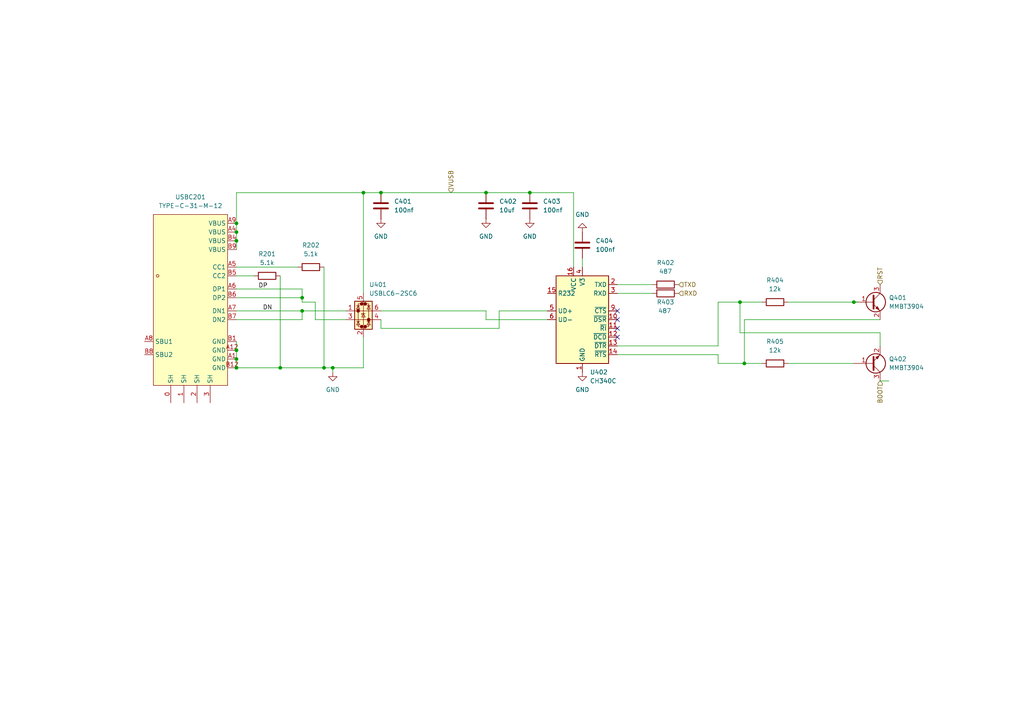
<source format=kicad_sch>
(kicad_sch (version 20231120) (generator "eeschema") (generator_version "8.0")
  (paper "A4")
  (lib_symbols
    (symbol "Device:C" (pin_numbers hide) (pin_names (offset 0.254))
      (property "Reference" "C" (at 0.635 2.54 0))
      (property "Value" "C" (at 0.635 -2.54 0))
      (symbol "C_0_1"
        (polyline (pts (xy -2.032 -0.762) (xy 2.032 -0.762)) (stroke (width 0.508)))
        (polyline (pts (xy -2.032 0.762) (xy 2.032 0.762)) (stroke (width 0.508)))
      )
      (symbol "C_1_1"
        (pin passive line (at 0 3.81 270) (length 2.794) (name "~") (number "1"))
        (pin passive line (at 0 -3.81 90) (length 2.794) (name "~") (number "2"))
      )
    )
    (symbol "Device:R" (pin_numbers hide) (pin_names (offset 0))
      (property "Reference" "R" (at 2.032 0 90))
      (property "Value" "R" (at 0 0 90))
      (symbol "R_0_1"
        (rectangle (start -1.016 -2.54) (end 1.016 2.54) (stroke (width 0.254)))
      )
      (symbol "R_1_1"
        (pin passive line (at 0 3.81 270) (length 1.27) (name "~") (number "1"))
        (pin passive line (at 0 -3.81 90) (length 1.27) (name "~") (number "2"))
      )
    )
    (symbol "Interface_USB:CH340C"
      (property "Reference" "U" (at -5.08 13.97 0))
      (property "Value" "CH340C" (at 1.27 13.97 0))
      (symbol "CH340C_0_1"
        (rectangle (start -7.62 12.7) (end 7.62 -12.7) (stroke (width 0.254)) (fill (type background)))
      )
      (symbol "CH340C_1_1"
        (pin power_in line (at 0 -15.24 90) (length 2.54) (name "GND") (number "1"))
        (pin input line (at 10.16 0 180) (length 2.54) (name "~{DSR}") (number "10"))
        (pin input line (at 10.16 -2.54 180) (length 2.54) (name "~{RI}") (number "11"))
        (pin input line (at 10.16 -5.08 180) (length 2.54) (name "~{DCD}") (number "12"))
        (pin output line (at 10.16 -7.62 180) (length 2.54) (name "~{DTR}") (number "13"))
        (pin output line (at 10.16 -10.16 180) (length 2.54) (name "~{RTS}") (number "14"))
        (pin input line (at -10.16 7.62 0) (length 2.54) (name "R232") (number "15"))
        (pin power_in line (at -2.54 15.24 270) (length 2.54) (name "VCC") (number "16"))
        (pin output line (at 10.16 10.16 180) (length 2.54) (name "TXD") (number "2"))
        (pin input line (at 10.16 7.62 180) (length 2.54) (name "RXD") (number "3"))
        (pin power_out line (at 0 15.24 270) (length 2.54) (name "V3") (number "4"))
        (pin bidirectional line (at -10.16 2.54 0) (length 2.54) (name "UD+") (number "5"))
        (pin bidirectional line (at -10.16 0 0) (length 2.54) (name "UD-") (number "6"))
        (pin no_connect line (at -7.62 -5.08 0) (length 2.54) hide (name "NC") (number "7"))
        (pin no_connect line (at -7.62 -7.62 0) (length 2.54) hide (name "NC") (number "8"))
        (pin input line (at 10.16 2.54 180) (length 2.54) (name "~{CTS}") (number "9"))
      )
    )
    (symbol "Power_Protection:USBLC6-2SC6" (pin_names hide)
      (property "Reference" "U" (at 0.635 5.715 0))
      (property "Value" "USBLC6-2SC6" (at 0.635 3.81 0))
      (symbol "USBLC6-2SC6_0_0"
        (circle (center -1.524 0) (radius 0.0001) (stroke (width 0.508)))
        (circle (center -0.508 -4.572) (radius 0.0001) (stroke (width 0.508)))
        (circle (center -0.508 2.032) (radius 0.0001) (stroke (width 0.508)))
        (circle (center 0.508 -4.572) (radius 0.0001) (stroke (width 0.508)))
        (circle (center 0.508 2.032) (radius 0.0001) (stroke (width 0.508)))
        (circle (center 1.524 -2.54) (radius 0.0001) (stroke (width 0.508)))
      )
      (symbol "USBLC6-2SC6_0_1"
        (polyline (pts (xy -2.54 -2.54) (xy 2.54 -2.54)))
        (polyline (pts (xy -2.54 0) (xy 2.54 0)))
        (polyline (pts (xy -2.032 -3.048) (xy -1.016 -3.048)))
        (polyline (pts (xy -1.016 1.524) (xy -2.032 1.524)))
        (polyline (pts (xy 1.016 -3.048) (xy 2.032 -3.048)))
        (polyline (pts (xy 1.016 1.524) (xy 2.032 1.524)))
        (polyline (pts (xy -0.508 -1.143) (xy -0.508 -0.762) (xy 0.508 -0.762)))
        (polyline (pts (xy -2.032 0.508) (xy -1.016 0.508) (xy -1.524 1.524) (xy -2.032 0.508)))
        (polyline (pts (xy -1.016 -4.064) (xy -2.032 -4.064) (xy -1.524 -3.048) (xy -1.016 -4.064)))
        (polyline (pts (xy 0.508 -1.778) (xy -0.508 -1.778) (xy 0 -0.762) (xy 0.508 -1.778)))
        (polyline (pts (xy 2.032 -4.064) (xy 1.016 -4.064) (xy 1.524 -3.048) (xy 2.032 -4.064)))
        (polyline (pts (xy 2.032 0.508) (xy 1.016 0.508) (xy 1.524 1.524) (xy 2.032 0.508)))
        (polyline (pts (xy 0 2.54) (xy -0.508 2.032) (xy 0.508 2.032) (xy 0 1.524) (xy 0 -4.064) (xy -0.508 -4.572) (xy 0.508 -4.572) (xy 0 -5.08)))
      )
      (symbol "USBLC6-2SC6_1_1"
        (rectangle (start -2.54 2.794) (end 2.54 -5.334) (stroke (width 0.254)) (fill (type background)))
        (polyline (pts (xy -0.508 2.032) (xy -1.524 2.032) (xy -1.524 -4.572) (xy -0.508 -4.572)))
        (polyline (pts (xy 0.508 -4.572) (xy 1.524 -4.572) (xy 1.524 2.032) (xy 0.508 2.032)))
        (pin passive line (at -5.08 0 0) (length 2.54) (name "I/O1") (number "1"))
        (pin passive line (at 0 -7.62 90) (length 2.54) (name "GND") (number "2"))
        (pin passive line (at -5.08 -2.54 0) (length 2.54) (name "I/O2") (number "3"))
        (pin passive line (at 5.08 -2.54 180) (length 2.54) (name "I/O2") (number "4"))
        (pin passive line (at 0 5.08 270) (length 2.54) (name "VBUS") (number "5"))
        (pin passive line (at 5.08 0 180) (length 2.54) (name "I/O1") (number "6"))
      )
    )
    (symbol "Transistor_BJT:MMBT3904" (pin_names (offset 0) hide)
      (property "Reference" "Q" (at 5.08 1.905 0))
      (property "Value" "MMBT3904" (at 5.08 0 0))
      (symbol "MMBT3904_0_1"
        (polyline (pts (xy 0.635 0.635) (xy 2.54 2.54)))
        (polyline (pts (xy 0.635 -0.635) (xy 2.54 -2.54) (xy 2.54 -2.54)))
        (polyline (pts (xy 0.635 1.905) (xy 0.635 -1.905) (xy 0.635 -1.905)) (stroke (width 0.508)))
        (polyline (pts (xy 1.27 -1.778) (xy 1.778 -1.27) (xy 2.286 -2.286) (xy 1.27 -1.778) (xy 1.27 -1.778)) (fill (type outline)))
        (circle (center 1.27 0) (radius 2.8194) (stroke (width 0.254)))
      )
      (symbol "MMBT3904_1_1"
        (pin input line (at -5.08 0 0) (length 5.715) (name "B") (number "1"))
        (pin passive line (at 2.54 -5.08 90) (length 2.54) (name "E") (number "2"))
        (pin passive line (at 2.54 5.08 270) (length 2.54) (name "C") (number "3"))
      )
    )
    (symbol "easyeda2kicad:TYPE-C-31-M-12"
      (property "Reference" "USBC" (at -5.842 34.29 0))
      (property "Value" "TYPE-C-31-M-12" (at 0 -26.67 0))
      (symbol "TYPE-C-31-M-12_0_1"
        (rectangle (start -8.89 33.02) (end 12.7 -16.51) (fill (type background)))
        (circle (center -7.62 15.24) (radius 0.38))
        (pin unspecified line (at -3.81 -21.59 90) (length 5.08) (name "SH") (number "0"))
        (pin unspecified line (at 15.24 -8.89 180) (length 2.54) (name "GND") (number "A1"))
        (pin unspecified line (at 15.24 -6.35 180) (length 2.54) (name "GND") (number "A12"))
        (pin unspecified line (at 15.24 27.94 180) (length 2.54) (name "VBUS") (number "A4"))
        (pin unspecified line (at 15.24 17.78 180) (length 2.54) (name "CC1") (number "A5"))
        (pin unspecified line (at 15.24 11.43 180) (length 2.54) (name "DP1") (number "A6"))
        (pin unspecified line (at 15.24 5.08 180) (length 2.54) (name "DN1") (number "A7"))
        (pin unspecified line (at -11.43 -3.81 0) (length 2.54) (name "SBU1") (number "A8"))
        (pin unspecified line (at 15.24 30.48 180) (length 2.54) (name "VBUS") (number "A9"))
        (pin unspecified line (at 15.24 -3.81 180) (length 2.54) (name "GND") (number "B1"))
        (pin unspecified line (at 15.24 -11.43 180) (length 2.54) (name "GND") (number "B12"))
        (pin unspecified line (at 15.24 25.4 180) (length 2.54) (name "VBUS") (number "B4"))
        (pin unspecified line (at 15.24 15.24 180) (length 2.54) (name "CC2") (number "B5"))
        (pin unspecified line (at 15.24 8.89 180) (length 2.54) (name "DP2") (number "B6"))
        (pin unspecified line (at 15.24 2.54 180) (length 2.54) (name "DN2") (number "B7"))
        (pin unspecified line (at -11.43 -7.62 0) (length 2.54) (name "SBU2") (number "B8"))
        (pin unspecified line (at 15.24 22.86 180) (length 2.54) (name "VBUS") (number "B9"))
      )
      (symbol "TYPE-C-31-M-12_1_1"
        (pin unspecified line (at 0 -21.59 90) (length 5.08) (name "SH") (number "1"))
        (pin unspecified line (at 3.81 -21.59 90) (length 5.08) (name "SH") (number "2"))
        (pin unspecified line (at 7.62 -21.59 90) (length 5.08) (name "SH") (number "3"))
      )
    )
    (symbol "power:GND" (power) (pin_numbers hide) (pin_names (offset 0) hide)
      (property "Value" "GND" (at 0 -3.81 0))
      (symbol "GND_0_1"
        (polyline (pts (xy 0 0) (xy 0 -1.27) (xy 1.27 -1.27) (xy 0 -2.54) (xy -1.27 -1.27) (xy 0 -1.27)))
      )
      (symbol "GND_1_1"
        (pin power_in line (at 0 0 270) (length 0) (name "~") (number "1"))
      )
    )
  )
  (junction (at 81.28 106.68))
  (junction (at 87.63 90.17))
  (junction (at 87.63 86.36))
  (junction (at 215.9 105.41))
  (junction (at 105.41 55.88))
  (junction (at 153.67 55.88))
  (junction (at 68.58 67.31))
  (junction (at 68.58 101.6))
  (junction (at 214.63 87.63))
  (junction (at 68.58 69.85))
  (junction (at 110.49 55.88))
  (junction (at 140.97 55.88))
  (junction (at 247.65 87.63))
  (junction (at 68.58 106.68))
  (junction (at 68.58 104.14))
  (junction (at 93.98 106.68))
  (junction (at 96.52 106.68))
  (junction (at 68.58 64.77))
  (no_connect (at 179.07 97.79))
  (no_connect (at 179.07 90.17))
  (no_connect (at 179.07 92.71))
  (no_connect (at 179.07 95.25))
  (wire (pts (xy 153.67 55.88) (xy 166.37 55.88)))
  (wire (pts (xy 93.98 77.47) (xy 93.98 106.68)))
  (wire (pts (xy 179.07 82.55) (xy 189.23 82.55)))
  (wire (pts (xy 68.58 64.77) (xy 68.58 67.31)))
  (wire (pts (xy 168.91 74.93) (xy 168.91 77.47)))
  (wire (pts (xy 68.58 77.47) (xy 86.36 77.47)))
  (wire (pts (xy 140.97 92.71) (xy 158.75 92.71)))
  (wire (pts (xy 68.58 101.6) (xy 68.58 104.14)))
  (wire (pts (xy 96.52 106.68) (xy 96.52 107.95)))
  (wire (pts (xy 91.44 92.71) (xy 91.44 87.63)))
  (wire (pts (xy 68.58 69.85) (xy 68.58 72.39)))
  (wire (pts (xy 68.58 80.01) (xy 73.66 80.01)))
  (wire (pts (xy 93.98 106.68) (xy 96.52 106.68)))
  (wire (pts (xy 87.63 90.17) (xy 100.33 90.17)))
  (wire (pts (xy 68.58 104.14) (xy 68.58 106.68)))
  (wire (pts (xy 208.28 87.63) (xy 214.63 87.63)))
  (wire (pts (xy 110.49 55.88) (xy 140.97 55.88)))
  (wire (pts (xy 179.07 102.87) (xy 208.28 102.87)))
  (wire (pts (xy 255.27 96.52) (xy 214.63 96.52)))
  (wire (pts (xy 214.63 87.63) (xy 220.98 87.63)))
  (wire (pts (xy 110.49 95.25) (xy 144.78 95.25)))
  (wire (pts (xy 68.58 83.82) (xy 87.63 83.82)))
  (wire (pts (xy 179.07 85.09) (xy 189.23 85.09)))
  (wire (pts (xy 215.9 105.41) (xy 220.98 105.41)))
  (wire (pts (xy 91.44 87.63) (xy 87.63 87.63)))
  (wire (pts (xy 255.27 110.49) (xy 257.81 110.49)))
  (wire (pts (xy 81.28 80.01) (xy 81.28 106.68)))
  (wire (pts (xy 68.58 99.06) (xy 68.58 101.6)))
  (wire (pts (xy 68.58 55.88) (xy 105.41 55.88)))
  (wire (pts (xy 87.63 92.71) (xy 68.58 92.71)))
  (wire (pts (xy 68.58 67.31) (xy 68.58 69.85)))
  (wire (pts (xy 110.49 92.71) (xy 110.49 95.25)))
  (wire (pts (xy 140.97 55.88) (xy 153.67 55.88)))
  (wire (pts (xy 68.58 106.68) (xy 81.28 106.68)))
  (wire (pts (xy 87.63 92.71) (xy 87.63 90.17)))
  (wire (pts (xy 215.9 92.71) (xy 215.9 105.41)))
  (wire (pts (xy 214.63 96.52) (xy 214.63 87.63)))
  (wire (pts (xy 247.65 87.63) (xy 248.92 87.63)))
  (wire (pts (xy 255.27 100.33) (xy 255.27 96.52)))
  (wire (pts (xy 179.07 100.33) (xy 208.28 100.33)))
  (wire (pts (xy 68.58 90.17) (xy 87.63 90.17)))
  (wire (pts (xy 105.41 97.79) (xy 105.41 106.68)))
  (wire (pts (xy 228.6 87.63) (xy 247.65 87.63)))
  (wire (pts (xy 255.27 92.71) (xy 215.9 92.71)))
  (wire (pts (xy 208.28 87.63) (xy 208.28 100.33)))
  (wire (pts (xy 144.78 95.25) (xy 144.78 90.17)))
  (wire (pts (xy 105.41 55.88) (xy 105.41 85.09)))
  (wire (pts (xy 208.28 105.41) (xy 215.9 105.41)))
  (wire (pts (xy 144.78 90.17) (xy 158.75 90.17)))
  (wire (pts (xy 87.63 86.36) (xy 87.63 87.63)))
  (wire (pts (xy 166.37 55.88) (xy 166.37 77.47)))
  (wire (pts (xy 110.49 90.17) (xy 140.97 90.17)))
  (wire (pts (xy 105.41 55.88) (xy 110.49 55.88)))
  (wire (pts (xy 228.6 105.41) (xy 247.65 105.41)))
  (wire (pts (xy 87.63 86.36) (xy 68.58 86.36)))
  (wire (pts (xy 87.63 83.82) (xy 87.63 86.36)))
  (wire (pts (xy 68.58 55.88) (xy 68.58 64.77)))
  (wire (pts (xy 81.28 106.68) (xy 93.98 106.68)))
  (wire (pts (xy 91.44 92.71) (xy 100.33 92.71)))
  (wire (pts (xy 140.97 90.17) (xy 140.97 92.71)))
  (wire (pts (xy 208.28 102.87) (xy 208.28 105.41)))
  (wire (pts (xy 105.41 106.68) (xy 96.52 106.68)))
  (label "DN" (at 76.2 90.17 0))
  (label "DP" (at 74.93 83.82 0))
  (hierarchical_label "BOOT" (shape input) (at 255.27 110.49 270))
  (hierarchical_label "RST" (shape input) (at 255.27 82.55 90))
  (hierarchical_label "RXD" (shape input) (at 196.85 85.09 0))
  (hierarchical_label "TXD" (shape input) (at 196.85 82.55 0))
  (hierarchical_label "VUSB" (shape input) (at 130.81 55.88 90))
  (symbol (lib_id "power:GND") (at 140.97 63.5 0) (unit 1)
    (property "Reference" "#PWR0403" (effects (hide yes)))
    (property "Value" "GND" (at 140.97 68.58 0))
    (property "Description" "Power symbol creates a global label with name \"GND\" , ground" (effects (hide yes)))
  )
  (symbol (lib_id "Device:C") (at 168.91 71.12 0) (unit 1)
    (property "Reference" "C404" (at 172.72 69.8499 0) (effects (justify left)))
    (property "Value" "100nf" (at 172.72 72.3899 0) (effects (justify left)))
    (property "Footprint" "Capacitor_SMD:C_0603_1608Metric" (effects (hide yes)))
    (property "Description" "Unpolarized capacitor" (effects (hide yes)))
  )
  (symbol (lib_id "Interface_USB:CH340C") (at 168.91 92.71 0) (unit 1)
    (property "Reference" "U402" (at 171.1041 107.95 0) (effects (justify left)))
    (property "Value" "CH340C" (at 171.1041 110.49 0) (effects (justify left)))
    (property "Footprint" "Package_SO:SOIC-16_3.9x9.9mm_P1.27mm" (effects (hide yes)))
    (property "Datasheet" "https://datasheet.lcsc.com/szlcsc/Jiangsu-Qin-Heng-CH340C_C84681.pdf" (effects (hide yes)))
    (property "Description" "USB serial converter, crystal-less, UART, SOIC-16" (effects (hide yes)))
  )
  (symbol (lib_id "Device:R") (at 90.17 77.47 90) (unit 1)
    (property "Reference" "R202" (at 90.17 71.12 90))
    (property "Value" "5.1k" (at 90.17 73.66 90))
    (property "Footprint" "Resistor_SMD:R_0603_1608Metric" (effects (hide yes)))
    (property "Description" "Resistor" (effects (hide yes)))
  )
  (symbol (lib_id "Device:R") (at 193.04 82.55 90) (unit 1)
    (property "Reference" "R402" (at 193.04 76.2 90))
    (property "Value" "487" (at 193.04 78.74 90))
    (property "Footprint" "Resistor_SMD:R_0603_1608Metric" (effects (hide yes)))
    (property "Description" "Resistor" (effects (hide yes)))
  )
  (symbol (lib_id "Device:R") (at 224.79 87.63 270) (unit 1)
    (property "Reference" "R404" (at 224.79 81.28 90))
    (property "Value" "12k" (at 224.79 83.82 90))
    (property "Footprint" "Resistor_SMD:R_0603_1608Metric" (effects (hide yes)))
    (property "Description" "Resistor" (effects (hide yes)))
  )
  (symbol (lib_id "Power_Protection:USBLC6-2SC6") (at 105.41 90.17 0) (unit 1)
    (property "Reference" "U401" (at 107.0611 82.55 0) (effects (justify left)))
    (property "Value" "USBLC6-2SC6" (at 107.0611 85.09 0) (effects (justify left)))
    (property "Footprint" "Package_TO_SOT_SMD:SOT-23-6" (effects (hide yes)))
    (property "Datasheet" "https://www.st.com/resource/en/datasheet/usblc6-2.pdf" (effects (hide yes)))
    (property "Description" "Very low capacitance ESD protection diode, 2 data-line, SOT-23-6" (effects (hide yes)))
  )
  (symbol (lib_id "power:GND") (at 168.91 107.95 0) (unit 1)
    (property "Reference" "#PWR0406" (effects (hide yes)))
    (property "Value" "GND" (at 168.91 113.03 0))
    (property "Description" "Power symbol creates a global label with name \"GND\" , ground" (effects (hide yes)))
  )
  (symbol (lib_id "power:GND") (at 153.67 63.5 0) (unit 1)
    (property "Reference" "#PWR0404" (effects (hide yes)))
    (property "Value" "GND" (at 153.67 68.58 0))
    (property "Description" "Power symbol creates a global label with name \"GND\" , ground" (effects (hide yes)))
  )
  (symbol (lib_id "power:GND") (at 96.52 107.95 0) (unit 1)
    (property "Reference" "#PWR0401" (effects (hide yes)))
    (property "Value" "GND" (at 96.52 113.03 0))
    (property "Description" "Power symbol creates a global label with name \"GND\" , ground" (effects (hide yes)))
  )
  (symbol (lib_id "power:GND") (at 110.49 63.5 0) (unit 1)
    (property "Reference" "#PWR0402" (effects (hide yes)))
    (property "Value" "GND" (at 110.49 68.58 0))
    (property "Description" "Power symbol creates a global label with name \"GND\" , ground" (effects (hide yes)))
  )
  (symbol (lib_id "Device:C") (at 110.49 59.69 0) (unit 1)
    (property "Reference" "C401" (at 114.3 58.4199 0) (effects (justify left)))
    (property "Value" "100nf" (at 114.3 60.9599 0) (effects (justify left)))
    (property "Footprint" "Capacitor_SMD:C_0603_1608Metric" (effects (hide yes)))
    (property "Description" "Unpolarized capacitor" (effects (hide yes)))
  )
  (symbol (lib_id "Transistor_BJT:MMBT3904") (at 252.73 87.63 0) (unit 1)
    (property "Reference" "Q401" (at 257.81 86.3599 0) (effects (justify left)))
    (property "Value" "MMBT3904" (at 257.81 88.8999 0) (effects (justify left)))
    (property "Footprint" "Package_TO_SOT_SMD:SOT-23" (effects (hide yes)))
    (property "Datasheet" "https://www.onsemi.com/pdf/datasheet/pzt3904-d.pdf" (effects (hide yes)))
    (property "Description" "0.2A Ic, 40V Vce, Small Signal NPN Transistor, SOT-23" (effects (hide yes)))
  )
  (symbol (lib_id "Device:R") (at 77.47 80.01 90) (unit 1)
    (property "Reference" "R201" (at 77.47 73.66 90))
    (property "Value" "5.1k" (at 77.47 76.2 90))
    (property "Footprint" "Resistor_SMD:R_0603_1608Metric" (effects (hide yes)))
    (property "Description" "Resistor" (effects (hide yes)))
  )
  (symbol (lib_id "easyeda2kicad:TYPE-C-31-M-12") (at 53.34 95.25 0) (unit 1)
    (property "Reference" "USBC201" (at 55.245 57.15 0))
    (property "Value" "TYPE-C-31-M-12" (at 55.245 59.69 0))
    (property "Footprint" "easyeda2kicad:USB-C_SMD-TYPE-C-31-M-12" (effects (hide yes)))
    (property "Datasheet" "https://lcsc.com/product-detail/USB-Type-C_Korean-Hroparts-Elec-TYPE-C-31-M-12_C165948.html" (effects (hide yes)))
    (property "LCSC Part" "C165948" (effects (hide yes)))
  )
  (symbol (lib_id "Device:C") (at 153.67 59.69 0) (unit 1)
    (property "Reference" "C403" (at 157.48 58.4199 0) (effects (justify left)))
    (property "Value" "100nf" (at 157.48 60.9599 0) (effects (justify left)))
    (property "Footprint" "Capacitor_SMD:C_0603_1608Metric" (effects (hide yes)))
    (property "Description" "Unpolarized capacitor" (effects (hide yes)))
  )
  (symbol (lib_id "Transistor_BJT:MMBT3904") (at 252.73 105.41 0) (mirror x) (unit 1)
    (property "Reference" "Q402" (at 257.81 104.1399 0) (effects (justify left)))
    (property "Value" "MMBT3904" (at 257.81 106.6799 0) (effects (justify left)))
    (property "Footprint" "Package_TO_SOT_SMD:SOT-23" (effects (hide yes)))
    (property "Datasheet" "https://www.onsemi.com/pdf/datasheet/pzt3904-d.pdf" (effects (hide yes)))
    (property "Description" "0.2A Ic, 40V Vce, Small Signal NPN Transistor, SOT-23" (effects (hide yes)))
  )
  (symbol (lib_id "Device:C") (at 140.97 59.69 0) (unit 1)
    (property "Reference" "C402" (at 144.78 58.4199 0) (effects (justify left)))
    (property "Value" "10uf" (at 144.78 60.9599 0) (effects (justify left)))
    (property "Footprint" "Capacitor_SMD:C_0603_1608Metric" (effects (hide yes)))
    (property "Description" "Unpolarized capacitor" (effects (hide yes)))
  )
  (symbol (lib_id "Device:R") (at 224.79 105.41 270) (unit 1)
    (property "Reference" "R405" (at 224.79 99.06 90))
    (property "Value" "12k" (at 224.79 101.6 90))
    (property "Footprint" "Resistor_SMD:R_0603_1608Metric" (effects (hide yes)))
    (property "Description" "Resistor" (effects (hide yes)))
  )
  (symbol (lib_id "Device:R") (at 193.04 85.09 270) (unit 1)
    (property "Reference" "R403" (at 193.04 87.63 90))
    (property "Value" "487" (at 192.786 90.17 90))
    (property "Footprint" "Resistor_SMD:R_0603_1608Metric" (effects (hide yes)))
    (property "Description" "Resistor" (effects (hide yes)))
  )
  (symbol (lib_id "power:GND") (at 168.91 67.31 180) (unit 1)
    (property "Reference" "#PWR0405" (effects (hide yes)))
    (property "Value" "GND" (at 168.91 62.23 0))
    (property "Description" "Power symbol creates a global label with name \"GND\" , ground" (effects (hide yes)))
  )
)
</source>
